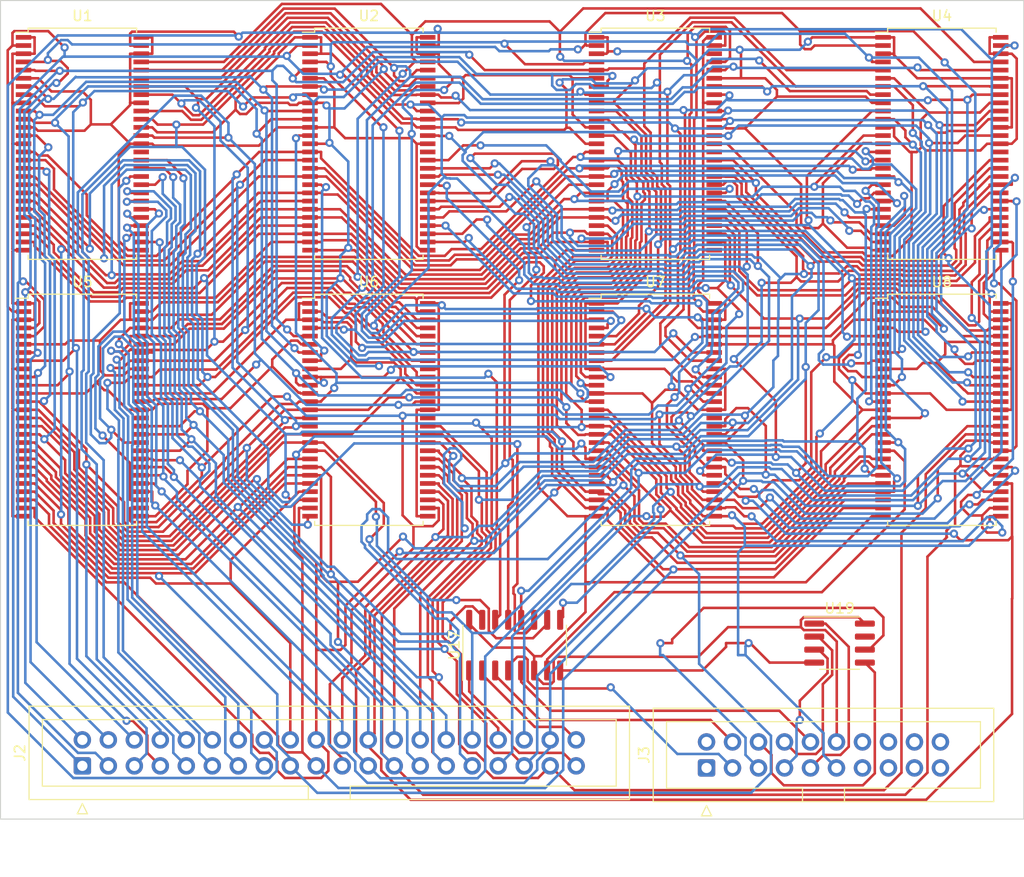
<source format=kicad_pcb>
(kicad_pcb (version 20211014) (generator pcbnew)

  (general
    (thickness 1.6)
  )

  (paper "A4")
  (title_block
    (title "256MB DRAM Board")
    (date "2022-11-05")
    (rev "1.0.0-dev-1")
  )

  (layers
    (0 "F.Cu" signal)
    (31 "B.Cu" signal)
    (32 "B.Adhes" user "B.Adhesive")
    (33 "F.Adhes" user "F.Adhesive")
    (34 "B.Paste" user)
    (35 "F.Paste" user)
    (36 "B.SilkS" user "B.Silkscreen")
    (37 "F.SilkS" user "F.Silkscreen")
    (38 "B.Mask" user)
    (39 "F.Mask" user)
    (40 "Dwgs.User" user "User.Drawings")
    (41 "Cmts.User" user "User.Comments")
    (42 "Eco1.User" user "User.Eco1")
    (43 "Eco2.User" user "User.Eco2")
    (44 "Edge.Cuts" user)
    (45 "Margin" user)
    (46 "B.CrtYd" user "B.Courtyard")
    (47 "F.CrtYd" user "F.Courtyard")
    (48 "B.Fab" user)
    (49 "F.Fab" user)
    (50 "User.1" user)
    (51 "User.2" user)
    (52 "User.3" user)
    (53 "User.4" user)
    (54 "User.5" user)
    (55 "User.6" user)
    (56 "User.7" user)
    (57 "User.8" user)
    (58 "User.9" user)
  )

  (setup
    (stackup
      (layer "F.SilkS" (type "Top Silk Screen"))
      (layer "F.Paste" (type "Top Solder Paste"))
      (layer "F.Mask" (type "Top Solder Mask") (thickness 0.01))
      (layer "F.Cu" (type "copper") (thickness 0.035))
      (layer "dielectric 1" (type "core") (thickness 1.51) (material "FR4") (epsilon_r 4.5) (loss_tangent 0.02))
      (layer "B.Cu" (type "copper") (thickness 0.035))
      (layer "B.Mask" (type "Bottom Solder Mask") (thickness 0.01))
      (layer "B.Paste" (type "Bottom Solder Paste"))
      (layer "B.SilkS" (type "Bottom Silk Screen"))
      (copper_finish "None")
      (dielectric_constraints no)
    )
    (pad_to_mask_clearance 0)
    (pcbplotparams
      (layerselection 0x00010fc_ffffffff)
      (disableapertmacros false)
      (usegerberextensions false)
      (usegerberattributes true)
      (usegerberadvancedattributes true)
      (creategerberjobfile true)
      (svguseinch false)
      (svgprecision 6)
      (excludeedgelayer true)
      (plotframeref false)
      (viasonmask false)
      (mode 1)
      (useauxorigin false)
      (hpglpennumber 1)
      (hpglpenspeed 20)
      (hpglpendiameter 15.000000)
      (dxfpolygonmode true)
      (dxfimperialunits true)
      (dxfusepcbnewfont true)
      (psnegative false)
      (psa4output false)
      (plotreference true)
      (plotvalue true)
      (plotinvisibletext false)
      (sketchpadsonfab false)
      (subtractmaskfromsilk false)
      (outputformat 1)
      (mirror false)
      (drillshape 1)
      (scaleselection 1)
      (outputdirectory "")
    )
  )

  (net 0 "")
  (net 1 "/SDA")
  (net 2 "/SCL")
  (net 3 "unconnected-(U19-Pad7)")
  (net 4 "+3V3")
  (net 5 "GND")
  (net 6 "/DQ0")
  (net 7 "/DQ1")
  (net 8 "/DQ2")
  (net 9 "/DQ3")
  (net 10 "/DQ4")
  (net 11 "/DQ5")
  (net 12 "/DQ6")
  (net 13 "/DQ7")
  (net 14 "/DQ8")
  (net 15 "/DQ9")
  (net 16 "/DQ10")
  (net 17 "/DQ11")
  (net 18 "/DQ12")
  (net 19 "/DQ13")
  (net 20 "/DQ14")
  (net 21 "/DQ15")
  (net 22 "/A0")
  (net 23 "/A1")
  (net 24 "/A2")
  (net 25 "/A3")
  (net 26 "/A4")
  (net 27 "/A5")
  (net 28 "/A6")
  (net 29 "/A7")
  (net 30 "/A8")
  (net 31 "/A9")
  (net 32 "/A10")
  (net 33 "/A11")
  (net 34 "/A12")
  (net 35 "/BA0")
  (net 36 "/BA1")
  (net 37 "/~{RAS}")
  (net 38 "/~{CAS}")
  (net 39 "/~{WE}")
  (net 40 "/DQMH")
  (net 41 "/DQML")
  (net 42 "/CLK")
  (net 43 "/CKE")
  (net 44 "/CN0")
  (net 45 "/CN1")
  (net 46 "/GN1")
  (net 47 "/GN0")
  (net 48 "/CN3")
  (net 49 "/CN2")
  (net 50 "/EEPROM_A2")
  (net 51 "/EEPROM_A1")
  (net 52 "/EEPROM_A0")
  (net 53 "/~{CS}")
  (net 54 "unconnected-(J3-Pad13)")
  (net 55 "unconnected-(J3-Pad14)")
  (net 56 "unconnected-(J3-Pad15)")
  (net 57 "unconnected-(J3-Pad16)")
  (net 58 "unconnected-(J3-Pad17)")
  (net 59 "unconnected-(J3-Pad18)")
  (net 60 "unconnected-(J3-Pad19)")
  (net 61 "unconnected-(J3-Pad20)")
  (net 62 "/~{CS0}")
  (net 63 "unconnected-(U1-Pad40)")
  (net 64 "/~{CS1}")
  (net 65 "unconnected-(U2-Pad40)")
  (net 66 "/~{CS2}")
  (net 67 "unconnected-(U3-Pad40)")
  (net 68 "/~{CS3}")
  (net 69 "unconnected-(U4-Pad40)")
  (net 70 "/~{CS4}")
  (net 71 "unconnected-(U5-Pad40)")
  (net 72 "/~{CS5}")
  (net 73 "unconnected-(U6-Pad40)")
  (net 74 "/~{CS6}")
  (net 75 "unconnected-(U7-Pad40)")
  (net 76 "/~{CS7}")
  (net 77 "unconnected-(U8-Pad40)")

  (footprint "Package_SO:TSOP-II-54_22.2x10.16mm_P0.8mm" (layer "F.Cu") (at 101 117))

  (footprint "Package_SO:TSOP-II-54_22.2x10.16mm_P0.8mm" (layer "F.Cu") (at 185 117))

  (footprint "Connector_IDC:IDC-Header_2x20_P2.54mm_Vertical" (layer "F.Cu") (at 101 151.8 90))

  (footprint "Package_SO:SOIC-8_3.9x4.9mm_P1.27mm" (layer "F.Cu") (at 175 139.8))

  (footprint "Package_SO:TSOP-II-54_22.2x10.16mm_P0.8mm" (layer "F.Cu") (at 185 91))

  (footprint "Package_SO:TSOP-II-54_22.2x10.16mm_P0.8mm" (layer "F.Cu") (at 157 91))

  (footprint "Package_SO:TSOP-II-54_22.2x10.16mm_P0.8mm" (layer "F.Cu") (at 101 91))

  (footprint "Connector_IDC:IDC-Header_2x10_P2.54mm_Vertical" (layer "F.Cu") (at 162 152 90))

  (footprint "Package_SO:TSOP-II-54_22.2x10.16mm_P0.8mm" (layer "F.Cu") (at 129 91))

  (footprint "Package_SO:TSOP-II-54_22.2x10.16mm_P0.8mm" (layer "F.Cu") (at 157 117))

  (footprint "Package_SO:TSOP-II-54_22.2x10.16mm_P0.8mm" (layer "F.Cu") (at 129 117))

  (footprint "Package_SO:SOIC-16_3.9x9.9mm_P1.27mm" (layer "F.Cu") (at 143.25 140 90))

  (gr_rect (start 93 157) (end 193 77) (layer "Edge.Cuts") (width 0.1) (fill none) (tstamp 7900e2f8-7dda-4d29-b8c3-e00818987d9e))

  (segment (start 168.3501 150.7301) (end 167.08 149.46) (width 0.25) (layer "F.Cu") (net 1) (tstamp 31fbe31d-3508-4d4e-8b56-b77f93cbc9e3))
  (segment (start 178.4453 142.6753) (end 178.4453 152.5301) (width 0.25) (layer "F.Cu") (net 1) (tstamp 3ac88a73-b43a-4fab-9fbe-39e06441d51f))
  (segment (start 178.4453 152.5301) (end 177.2778 153.6976) (width 0.25) (layer "F.Cu") (net 1) (tstamp 4c718b1b-486c-4640-b8b6-5725171fdb18))
  (segment (start 177.475 141.705) (end 178.4453 142.6753) (width 0.25) (layer "F.Cu") (net 1) (tstamp 84a7180f-4bcb-4cba-90a6-6e3063d76150))
  (segment (start 177.2778 153.6976) (end 169.5474 153.6976) (width 0.25) (layer "F.Cu") (net 1) (tstamp d5b9e402-0c03-4214-9e04-937653ee5d90))
  (segment (start 168.3501 152.5003) (end 168.3501 150.7301) (width 0.25) (layer "F.Cu") (net 1) (tstamp e01e35a8-2896-4dd5-805a-ca9e6321d55c))
  (segment (start 169.5474 153.6976) (end 168.3501 152.5003) (width 0.25) (layer "F.Cu") (net 1) (tstamp f3ad4aa5-aef8-41e8-a8c9-d1c4d351832f))
  (segment (start 161.71 136.3629) (end 178.362 136.3629) (width 0.25) (layer "F.Cu") (net 2) (tstamp 04847d2a-499b-47cd-85f4-c1f32dac37eb))
  (segment (start 179.2833 137.2842) (end 179.2833 139.0469) (width 0.25) (layer "F.Cu") (net 2) (tstamp 075ebc05-7a46-4f73-8bc0-202c10a32faa))
  (segment (start 179.2833 139.0469) (end 177.8952 140.435) (width 0.25) (layer "F.Cu") (net 2) (tstamp 1d77aaf1-b4bc-4671-b031-72e604b49e07))
  (segment (start 158.6403 139.4326) (end 161.71 136.3629) (width 0.25) (layer "F.Cu") (net 2) (tstamp 27b7767d-392d-40af-95d5-3697e71d33da))
  (segment (start 158.6403 139.8) (end 157.5 139.8) (width 0.25) (layer "F.Cu") (net 2) (tstamp 5a45a26a-0b78-47a0-beab-a45ce5d9103a))
  (segment (start 178.362 136.3629) (end 179.2833 137.2842) (width 0.25) (layer "F.Cu") (net 2) (tstamp a6640174-9a42-44ee-8d46-92f7e8204bba))
  (segment (start 158.6403 139.8) (end 158.6403 139.4326) (width 0.25) (layer "F.Cu") (net 2) (tstamp ba93b42e-6d3f-4d2d-a21f-e7e1546305b5))
  (segment (start 157.5 139.8) (end 157.49 139.81) (width 0.25) (layer "F.Cu") (net 2) (tstamp dc072b6a-4bcb-4b26-956d-8821868fb4d6))
  (via (at 157.49 139.81) (size 0.8) (drill 0.4) (layers "F.Cu" "B.Cu") (net 2) (tstamp 0a8e756a-c47f-4602-b9fb-930722e61f4d))
  (segment (start 157.465 139.835) (end 157.49 139.81) (width 0.25) (layer "B.Cu") (net 2) (tstamp 4528e372-d54b-44ae-ba5f-8217d9bbc7f9))
  (segment (start 165.81 149.0428) (end 165.81 150.73) (width 0.25) (layer "B.Cu") (net 2) (tstamp 8bb955a4-3082-48cd-b125-318f5620ce67))
  (segment (start 165.81 150.73) (end 167.08 152) (width 0.25) (layer "B.Cu") (net 2) (tstamp 8c3d90c0-9a7a-4f52-98f7-87aecbcdacc4))
  (segment (start 157.465 140.9753) (end 157.465 139.835) (width 0.25) (layer "B.Cu") (net 2) (tstamp 91a52fcf-e537-4bf5-b6e3-b0c463772ffe))
  (segment (start 157.465 140.9753) (end 157.7425 140.9753) (width 0.25) (layer "B.Cu") (net 2) (tstamp b9f43369-cf11-4858-9a70-c4d012cb43ef))
  (segment (start 157.7425 140.9753) (end 165.81 149.0428) (width 0.25) (layer "B.Cu") (net 2) (tstamp cd298fae-94e9-4679-963c-57c6b1fe4815))
  (segment (start 187.2008 115.055) (end 187.5458 115.4) (width 0.25) (layer "F.Cu") (net 4) (tstamp 01576417-a53e-436f-9def-1827d032eebf))
  (segment (start 95.25 80.6) (end 96.3303 80.6) (width 0.25) (layer "F.Cu") (net 4) (tstamp 016cd8fc-1966-4a95-b83f-d0ab2a590d01))
  (segment (start 95.25 108.2) (end 96.3303 108.2) (width 0.25) (layer "F.Cu") (net 4) (tstamp 017b95a7-9cbf-4fee-a4bd-317f48abd38f))
  (segment (start 133.6697 115.4) (end 132.1065 113.8368) (width 0.25) (layer "F.Cu") (net 4) (tstamp 017fd16d-6617-4be3-81d2-f2b0091d13b9))
  (segment (start 133.6697 110.6) (end 130.9123 107.8426) (width 0.25) (layer "F.Cu") (net 4) (tstamp 01db0a42-809b-43ce-91d2-e80b9952e7c0))
  (segment (start 95.25 108.2) (end 94.1697 108.2) (width 0.25) (layer "F.Cu") (net 4) (tstamp 036bef37-ab08-4e10-9d21-2159845adc1f))
  (segment (start 134.75 89.4) (end 137.4794 89.4) (width 0.25) (layer "F.Cu") (net 4) (tstamp 07a12901-d342-4881-a151-95adc5eacc77))
  (segment (start 94.1697 87) (end 94.1697 82.2) (width 0.25) (layer "F.Cu") (net 4) (tstamp 082866b8-8f6c-4ca5-9da6-5698f7288d95))
  (segment (start 127.2816 108.8651) (end 127.2816 111.9846) (width 0.25) (layer "F.Cu") (net 4) (tstamp 08eb6996-a44e-49ac-904b-312ca63fa026))
  (segment (start 182.5927 84.6) (end 190.2099 84.6) (width 0.25) (layer "F.Cu") (net 4) (tstamp 09e831a9-8343-4756-b234-7f1c3badc500))
  (segment (start 163.9268 89.4965) (end 163.8303 89.4) (width 0.25) (layer "F.Cu") (net 4) (tstamp 0bdbeeca-5d45-4ae6-b63d-b07dd2ddb270))
  (segment (start 165.2377 81.8118) (end 165.3671 81.9412) (width 0.25) (layer "F.Cu") (net 4) (tstamp 0c5f9a74-8ebe-4706-9822-d95a4988e642))
  (segment (start 132.9375 85.3322) (end 133.6697 84.6) (width 0.25) (layer "F.Cu") (net 4) (tstamp 0c77f34f-4476-4131-9db1-ba505d3b93ad))
  (segment (start 108.3128 89.8825) (end 107.8303 89.4) (width 0.25) (layer "F.Cu") (net 4) (tstamp 0d2c46e0-6b79-4307-9a2d-48c31dd17464))
  (segment (start 94.2823 101.4) (end 94.1697 101.2874) (width 0.25) (layer "F.Cu") (net 4) (tstamp 0e2e151b-fc95-4a0f-ba02-dab1b0692756))
  (segment (start 147.06 143.5513) (end 147.06 141.4457) (width 0.25) (layer "F.Cu") (net 4) (tstamp 0f8d2b9f-cbe3-47cb-b2aa-1a9d9e988544))
  (segment (start 151.25 113) (end 157.8901 113) (width 0.25) (layer "F.Cu") (net 4) (tstamp 0fd36266-09ce-4527-afa7-a45731aa1495))
  (segment (start 95.25 91) (end 94.1697 91) (width 0.25) (layer "F.Cu") (net 4) (tstamp 105778a9-8d35-4e5d-8240-d04c3b9be26f))
  (segment (start 174.7273 149.4327) (end 174.7273 139.6513) (width 0.25) (layer "F.Cu") (net 4) (tstamp 13588042-7d99-4a7a-a74d-a73ffcc6658a))
  (segment (start 162.75 110.6) (end 163.4823 110.6) (width 0.25) (layer "F.Cu") (net 4) (tstamp 13beda3d-c4b7-4e21-9355-e6e70d285eed))
  (segment (start 147.3681 141.1376) (end 161.2074 141.1376) (width 0.25) (layer "F.Cu") (net 4) (tstamp 14132513-9469-4403-b195-e67b4678d243))
  (segment (start 131.8205 85.3322) (end 132.9375 85.3322) (width 0.25) (layer "F.Cu") (net 4) (tstamp 155bb494-bdb6-4957-9c16-14c3a1d17904))
  (segment (start 120.9112 108.2) (end 113.7112 115.4) (width 0.25) (layer "F.Cu") (net 4) (tstamp 15b01ed8-ea6c-4359-a9be-76cde9d254e0))
  (segment (start 133.6697 89.4) (end 133.2714 89.0017) (width 0.25) (layer "F.Cu") (net 4) (tstamp 16fde4dd-1c9c-4223-9d83-e62a61e2e24d))
  (segment (start 177.3098 90.932) (end 173.3745 94.8673) (width 0.25) (layer "F.Cu") (net 4) (tstamp 1725da42-9257-4f93-bc3f-a018d63635ac))
  (segment (start 95.25 117) (end 96.7094 117) (width 0.25) (layer "F.Cu") (net 4) (tstamp 1aa05df8-ae57-4a85-9370-5d921196b1c6))
  (segment (start 159.9588 126.3496) (end 161.9459 128.3367) (width 0.25) (layer "F.Cu") (net 4) (tstamp 1b509194-b3ed-4871-b777-9cd83ee94194))
  (segment (start 134.75 110.6) (end 133.6697 110.6) (width 0.25) (layer "F.Cu") (net 4) (tstamp 1b8a05e9-d88c-4bc1-95db-137b8f765530))
  (segment (start 96.3303 108.2) (end 96.3303 106.6) (width 0.25) (layer "F.Cu") (net 4) (tstamp 1c0c3984-8ea5-46f3-b94f-2de4cb6781a4))
  (segment (start 173.1917 123.028) (end 173.1917 121.051) (width 0.25) (layer "F.Cu") (net 4) (tstamp 1c9c981c-1263-4c3d-99be-cad10f64f688))
  (segment (start 121.7647 80.6) (end 120.1901 82.1746) (width 0.25) (layer "F.Cu") (net 4) (tstamp 1e9cae87-1eb3-4d98-bf4d-a418d6ae47b8))
  (segment (start 172.9293 99.2372) (end 171.6518 99.2372) (width 0.25) (layer "F.Cu") (net 4) (tstamp 1feb9e07-e6f7-4dcb-913f-fa9e205bf97b))
  (segment (start 174.3532 110.6) (end 174.3532 110.2051) (width 0.25) (layer "F.Cu") (net 4) (tstamp 209e38ad-035b-43f8-8850-aea0ee895b01))
  (segment (start 144.2287 102.1281) (end 146.8271 102.1281) (width 0.25) (layer "F.Cu") (net 4) (tstamp 213d0769-e4a5-484a-8807-aa786508802f))
  (segment (start 127.9764 105.7385) (end 127.9761 105.7385) (width 0.25) (layer "F.Cu") (net 4) (tstamp 21690bc6-6c4c-4dd6-a774-acb3a7ab40fc))
  (segment (start 177.5601 86.3904) (end 178.1697 87) (width 0.25) (layer "F.Cu") (net 4) (tstamp 21a38558-e804-42e2-a819-bbd7ffe8df36))
  (segment (start 174.3532 110.6) (end 174.4856 110.7324) (width 0.25) (layer "F.Cu") (net 4) (tstamp 220999a2-622e-40f1-8402-b08a74df54d8))
  (segment (start 160.5638 114.223) (end 159.1131 114.223) (width 0.25) (layer "F.Cu") (net 4) (tstamp 2313ab78-eb21-4c20-b48d-10bfad552782))
  (segment (start 147.191 102.492) (end 147.191 103.1401) (width 0.25) (layer "F.Cu") (net 4) (tstamp 234f3f28-5230-43d5-8c66-a98eece394b5))
  (segment (start 171.5028 137.2691) (end 176.8491 137.2691) (width 0.25) (layer "F.Cu") (net 4) (tstamp 23ace15d-72a6-4bcc-8e47-2e8cd5f0f5f4))
  (segment (start 151.2082 106.6) (end 150.1697 106.6) (width 0.25) (layer "F.Cu") (net 4) (tstamp 24ba6cce-848c-4401-b1a0-b0a7fa62930a))
  (segment (start 122.1697 108.2) (end 120.9112 108.2) (width 0.25) (layer "F.Cu") (net 4) (tstamp 26372e50-4c6e-4087-a0a2-ed193f875683))
  (segment (start 179.25 82.2) (end 180.3303 82.2) (width 0.25) (layer "F.Cu") (net 4) (tstamp 2657ada3-96a4-41e2-8e79-0944063b7859))
  (segment (start 178.1675 108.1978) (end 178.1697 108.2) (width 0.25) (layer "F.Cu") (net 4) (tstamp 28256664-a142-4e79-9379-e10555df8890))
  (segment (start 125.3806 82.2) (end 124.3303 82.2) (width 0.25) (layer "F.Cu") (net 4) (tstamp 29147b6a-84b7-46fa-9246-4f60d80e9886))
  (segment (start 115.9773 87.6646) (end 113.7594 89.8825) (width 0.25) (layer "F.Cu") (net 4) (tstamp 2ac37548-1969-4d1a-8725-bf17f0a1aea6))
  (segment (start 152.3303 117) (end 158.5416 123.2113) (width 0.25) (layer "F.Cu") (net 4) (tstamp 2b40a647-a0cc-4cf7-8678-4b488d5b782d))
  (segment (start 176.3605 108.1978) (end 178.1675 108.1978) (width 0.25) (layer "F.Cu") (net 4) (tstamp 2da50e3f-1b11-4663-b21e-7cd72d9350fe))
  (segment (start 121.0878 87) (end 121.2865 87.1987) (width 0.25) (layer "F.Cu") (net 4) (tstamp 2e657adf-9227-42f9-8330-8f4da0e29aa8))
  (segment (start 173.1917 121.051) (end 177.2427 117) (width 0.25) (layer "F.Cu") (net 4) (tstamp 2ea510ff-f122-4126-adff-b6c7cfe9a0bf))
  (segment (start 182.5927 84.6) (end 180.3303 82.3376) (width 0.25) (layer "F.Cu") (net 4) (tstamp 2ef91d05-7b80-4882-89c2-1a4fb977cc0c))
  (segment (start 159.1131 114.223) (end 157.8901 113) (width 0.25) (layer "F.Cu") (net 4) (tstamp 2f98fd85-90a0-4725-bfb5-013a40d5aa47))
  (segment (start 162.75 84.6) (end 165.3671 84.6) (width 0.25) (layer "F.Cu") (net 4) (tstamp 300d2be1-d9a8-4125-8f10-77ec97593827))
  (segment (start 144.3161 140.2402) (end 145.155 141.0791) (width 0.25) (layer "F.Cu") (net 4) (tstamp 342821b6-4456-43b0-ac40-a37899fc49f0))
  (segment (start 115.9773 86.675) (end 115.9773 87.6646) (width 0.25) (layer "F.Cu") (net 4) (tstamp 354421f1-a3bf-4f22-be6a-1c4d697e1fc4))
  (segment (start 123.25 117) (end 128.9433 117) (width 0.25) (layer "F.Cu") (net 4) (tstamp 35b73eeb-1e29-4f18-be84-8a5cdf1ebf5e))
  (segment (start 94.1697 117.1126) (end 94.1697 127.4) (width 0.25) (layer "F.Cu") (net 4) (tstamp 35e15f04-3b39-4fde-ae22-a6a27bcfbcfe))
  (segment (start 145.5672 124.5519) (end 148.4153 127.4) (width 0.25) (layer "F.Cu") (net 4) (tstamp 363017a4-d175-46fd-8309-1aad0d21b7cc))
  (segment (start 171.2241 137.5478) (end 171.5028 137.2691) (width 0.25) (layer "F.Cu") (net 4) (tstamp 36ac60a3-c13c-48ee-ac85-ebd745e09b1c))
  (segment (start 173.3745 94.8673) (end 173.3745 98.792) (width 0.25) (layer "F.Cu") (net 4) (tstamp 3988c16a-0a4f-440c-978d-9a74bdf4a3b7))
  (segment (start 174.3532 110.2051) (end 176.3605 108.1978) (width 0.25) (layer "F.Cu") (net 4) (tstamp 3a511e33-fd24-4169-9738-da4c7bc816f4))
  (segment (start 94.1697 101.2874) (end 94.1697 91) (width 0.25) (layer "F.Cu") (net 4) (tstamp 3a8d9f54-ff55-4b78-9b57-75bb9676c30f))
  (segment (start 165.7699 89.4965) (end 163.9268 89.4965) (width 0.25) (layer "F.Cu") (net 4) (tstamp 3ac66d61-9305-4511-a04e-849f58c482b5))
  (segment (start 156.0889 90.0975) (end 152.9914 87) (width 0.25) (layer "F.Cu") (net 4) (tstamp 3ad063da-b92c-4507-8cc3-2436c8300934))
  (segment (start 95.25 82.2) (end 94.1697 82.2) (width 0.25) (layer "F.Cu") (net 4) (tstamp 3d64c37c-f04e-4676-a08f-31df950b92ad))
  (segment (start 147.191 103.1401) (end 145.5672 104.7639) (width 0.25) (layer "F.Cu") (net 4) (tstamp 3eea03e9-fd4f-4ca6-9db0-dac56ef6ffaa))
  (segment (start 128.9433 117) (end 132.1065 113.8368) (width 0.25) (layer "F.Cu") (net 4) (tstamp 3eee6c5c-29c0-4d43-b1f2-5faecc503093))
  (segment (start 130.4602 83.9719) (end 131.8205 85.3322) (width 0.25) (layer "F.Cu") (net 4) (tstamp 3fc577f1-1c2d-4b7d-a916-5571a23c239e))
  (segment (start 123.25 82.2) (end 124.3303 82.2) (width 0.25) (layer "F.Cu") (net 4) (tstamp 42499430-2b9e-4fd6-bf85-f2088c787526))
  (segment (start 133.2714 89.0017) (end 132.1823 89.0017) (width 0.25) (layer "F.Cu") (net 4) (tstamp 42e6ebca-8231-4d0a-b485-507b73354631))
  (segment (start 152.9914 86.8296) (end 152.9914 87) (width 0.25) (layer "F.Cu") (net 4) (tstamp 43100bc1-6c1e-40f9-a2f7-4fda043ed270))
  (segment (start 179.25 101.4) (end 178.1697 101.4) (width 0.25) (layer "F.Cu") (net 4) (tstamp 432ef994-8909-4527-88c6-2f43187eb335))
  (segment (start 161.9459 128.3367) (end 164.6114 128.3367) (width 0.25) (layer "F.Cu") (net 4) (tstamp 44820937-1365-4c2e-88b2-f4ab5670c32a))
  (segment (start 167.7329 84.6) (end 168.876 85.7431) (width 0.25) (layer "F.Cu") (net 4) (tstamp 4542e384-1aed-45c7-9e3f-097eccb5d87c))
  (segment (start 145.155 142.8847) (end 146.0539 143.7836) (width 0.25) (layer "F.Cu") (net 4) (tstamp 45642c53-6aee-4ab0-8b26-9fa49663ae20))
  (segment (start 114.5064 84.6) (end 120.8635 78.2429) (width 0.25) (layer "F.Cu") (net 4) (tstamp 45d1c6f2-6ccc-4b68-b015-ee1628f7477d))
  (segment (start 150.7099 91) (end 150.1697 91) (width 0.25) (layer "F.Cu") (net 4) (tstamp 47447776-a6fa-4220-a66e-98b76f283056))
  (segment (start 130.9123 107.8426) (end 130.8581 107.8426) (width 0.25) (layer "F.Cu") (net 4) (tstamp 4a0a7a92-ba85-4a05-acb2-8635ae8f3142))
  (segment (start 164.6114 128.3367) (end 164.86 128.5853) (width 0.25) (layer "F.Cu") (net 4) (tstamp 4a9b2f8c-6e8d-4e83-a6cd-ab66a1b61d6d))
  (segment (start 153.294 106.6) (end 156.5413 103.3527) (width 0.25) (layer "F.Cu") (net 4) (tstamp 4b26aa86-5d5f-4dd2-a7d4-56ef25f79c85))
  (segment (start 129.0985 106.083) (end 128.3209 106.083) (width 0.25) (layer "F.Cu") (net 4) (tstamp 4bae1ec2-79ff-4a6a-981c-d1b0b52c8b72))
  (segment (start 117.0718 120.7233) (end 108.8849 128.9102) (width 0.25) (layer "F.Cu") (net 4) (tstamp 4c906712-57fc-4c47-83b9-a5e0a94ff12d))
  (segment (start 161.6697 115.4) (end 161.6697 115.3289) (width 0.25) (layer "F.Cu") (net 4) (tstamp 4d53fc6d-22d7-49cc-be9e-399f27fbe432))
  (segment (start 123.031 127.619) (end 123.031 128.2303) (width 0.25) (layer "F.Cu") (net 4) (tstamp 4f525d79-6629-4991-b333-6ca830164265))
  (segment (start 148.4153 127.4) (end 150.1697 127.4) (width 0.25) (layer "F.Cu") (net 4) (tstamp 50d531e6-791e-46db-a47d-6263a094fe64))
  (segment (start 179.25 87) (end 178.1697 87) (width 0.25) (layer "F.Cu") (net 4) (tstamp 5130c9d0-ce24-4383-a16e-28164099251a))
  (segment (start 191.8303 89.4) (end 191.8303 84.6) (width 0.25) (layer "F.Cu") (net 4) (tstamp 5314682d-81b4-42e8-bb5d-2b838e398f53))
  (segment (start 151.25 80.6) (end 152.3303 80.6) (width 0.25) (layer "F.Cu") (net 4) (tstamp 53b259eb-4e0f-4e57-b24d-82d904e39e05))
  (segment (start 178.1675 106.6022) (end 178.1675 108.1978) (width 0.25) (layer "F.Cu") (net 4) (tstamp 54af4e9a-4fc1-4fc0-bce0-0d4e12c5ddd3))
  (segment (start 130.8581 107.8426) (end 129.0985 106.083) (width 0.25) (layer "F.Cu") (net 4) (tstamp 54afe3ff-7073-4c2d-92a7-e9ddbd503d5c))
  (segment (start 175.7468 101.1643) (end 173.3745 98.792) (width 0.25) (layer "F.Cu") (net 4) (tstamp 56042cd3-ad45-4dfe-85e2-1b6db39c84c0))
  (segment (start 180.3303 82.2) (end 180.3303 80.6) (width 0.25) (layer "F.Cu") (net 4) (tstamp 57358a53-36ea-4c50-b7c9-c069ba6cf774))
  (segment (start 190.75 89.4) (end 191.8303 89.4) (width 0.25) (layer "F.Cu") (net 4) (tstamp 57f06812-7d6a-4641-aaac-ccad1ef1c143))
  (segment (start 108.8849 128.9102) (end 105.4069 128.9102) (width 0.25) (layer "F.Cu") (net 4) (tstamp 58c5acbf-3f9d-437e-8e9e-abba1909d0f4))
  (segment (start 121.7647 80.6) (end 123.25 80.6) (width 0.25) (layer "F.Cu") (net 4) (tstamp 597c3fd7-0534-4fad-97d1-b34506e97838))
  (segment (start 128.3209 106.083) (end 127.9764 105.7385) (width 0.25) (layer "F.Cu") (net 4) (tstamp 598d0cb5-8cdd-4711-b3f2-286e4e2c7b86))
  (segment (start 168.876 86.3904) (end 165.7699 89.4965) (width 0.25) (layer "F.Cu") (net 4) (tstamp 5b60823e-4867-4277-8b46-0b151ba6ff18))
  (segment (start 131.786 105.5856) (end 140.7712 105.5856) (width 0.25) (layer "F.Cu") (net 4) (tstamp 5dd9d4d0-6429-4b2d-8f42-ffa498322ba2))
  (segment (start 126.2662 113) (end 127.2816 111.9846) (width 0.25) (layer "F.Cu") (net 4) (tstamp 5eee8590-1320-4f89-8f87-eacba9bace55))
  (segment (start 179.7902 80.6) (end 180.3303 80.6) (width 0.25) (layer "F.Cu") (net 4) (tstamp 5f630b00-3562-454b-83da-867ec09e05a0))
  (segment (start 109.9483 110.6) (end 106.75 110.6) (width 0.25) (layer "F.Cu") (net 4) (tstamp 61072a90-8583-47fa-ab7c-7cd16e7a0ee2))
  (segment (start 151.25 106.6) (end 153.294 106.6) (width 0.25) (layer "F.Cu") (net 4) (tstamp 6166acc1-ba00-4364-9ab5-3c00f293d150))
  (segment (start 94.1697 113) (end 94.1697 108.2) (width 0.25) (layer "F.Cu") (net 4) (tstamp 61b80f07-b18f-48a3-96bb-b3cb5d838ddc))
  (segment (start 184.4728 112.4303) (end 184.5057 112.3974) (width 0.25) (layer "F.Cu") (net 4) (tstamp 624c3e56-0a4a-4cad-8a45-7e1fa29f6b7c))
  (segment (start 121.971 87.1987) (end 122.1697 87) (width 0.25) (layer "F.Cu") (net 4) (tstamp 62773d68-53bc-40fd-b7fc-9f1bedc21529))
  (segment (start 122.1697 106.6) (end 122.1697 108.2) (width 0.25) (layer "F.Cu") (net 4) (tstamp 62945534-a118-48a7-b5d6-d582a55e3dec))
  (segment (start 189.6697 110.6) (end 189.4352 110.3655) (width 0.25) (layer "F.Cu") (net 4) (tstamp 63255609-b40f-473b-8035-fc5ef8c20dac))
  (segment (start 187.5458 115.4) (end 190.75 115.4) (width 0.25) (layer "F.Cu") (net 4) (tstamp 6433c088-0f6c-412d-87f4-b20def7562cc))
  (segment (start 184.5057 112.3974) (end 187.1632 115.055) (width 0.25) (layer "F.Cu") (net 4) (tstamp 6494ca37-5eaf-4631-bfc1-e361dc2f68b6))
  (segment (start 171.905 81.0282) (end 172.3332 80.6) (width 0.25) (layer "F.Cu") (net 4) (tstamp 653d09fd-015f-4cf2-83a1-f998aed9b176))
  (segment (start 182.5558 113) (end 183.1255 112.4303) (width 0.25) (layer "F.Cu") (net 4) (tstamp 66ac575c-3352-470f-8da3-923c0e9d2c85))
  (segment (start 156.7275 94.4547) (end 156.0889 93.8161) (width 0.25) (layer "F.Cu") (net 4) (tstamp 66eda1b7-6563-4cb2-a459-c36489d374da))
  (segment (start 132.1065 113.0211) (end 132.1065 113.8368) (width 0.25) (layer "F.Cu") (net 4) (tstamp 67116522-7ac3-4fd9-970b-f8abe264449a))
  (segment (start 141.1226 140.2402) (end 144.3161 140.2402) (width 0.25) (layer "F.Cu") (net 4) (tstamp 67697601-78f1-4b5f-8616-116703faef33))
  (segment (start 94.2823 113) (end 94.1697 113) (width 0.25) (layer "F.Cu") (net 4) (tstamp 6776ad71-3f0d-494f-99f5-5bf3088a68ff))
  (segment (start 145.5672 104.7639) (end 145.5672 124.5519) (width 0.25) (layer "F.Cu") (net 4) (tstamp 69decc69-4ad2-43be-91b5-ed5a2f024a79))
  (segment (start 95.25 106.6) (end 94.1697 106.6) (width 0.25) (layer "F.Cu") (net 4) (tstamp 6c6f90cf-48cb-4a13-8b28-c1e09fce49e3))
  (segment (start 124.8566 87.2554) (end 124.6012 87) (width 0.25) (layer "F.Cu") (net 4) (tstamp 6c79d8b9-2d1a-4856-8118-a92036bab65e))
  (segment (start 156.5413 103.3527) (end 156.5413 100.4055) (width 0.25) (layer "F.Cu") (net 4) (tstamp 6ced731f-eebc-4130-8b12-ee4172bc04e1))
  (segment (start 127.6682 112.3712) (end 129.9866 112.3712) (width 0.25) (layer "F.Cu") (net 4) (tstamp 6d8456fb-dce3-4e6d-b99c-b1676f6f138a))
  (segment (start 117.0232 88.0895) (end 118.1127 87) (width 0.25) (layer "F.Cu") (net 4) (tstamp 6ecd9d80-cfa1-4c83-ad2b-1c1a7d69de1e))
  (segment (start 164.86 128.5853) (end 167.6344 128.5853) (width 0.25) (layer "F.Cu") (net 4) (tstamp 6ed64703-784b-40e8-a398-c618cab29cd8))
  (segment (start 126.9867 101.1758) (end 126.9867 101.4) (width 0.25) (layer "F.Cu") (net 4) (tstamp 6f14d51d-1995-4b23-bb36-37117771ddae))
  (segment (start 163.4823 110.6) (end 174.3532 110.6) (width 0.25) (layer "F.Cu") (net 4) (tstamp 6f529ca6-81a7-4f2e-b7a8-31847e3363cf))
  (segment (start 173.6059 138.5299) (end 171.5118 138.5299) (width 0.25) (layer "F.Cu") (net 4) (tstamp 6fb2f909-dbe7-4a57-8fb2-235d8c82e2af))
  (segment (start 145.155 141.0791) (end 145.155 142.475) (width 0.25) (layer "F.Cu") (net 4) (tstamp 6ffbf09f-416a-4ea9-a9f7-bd9aadae7dfc))
  (segment (start 95.25 87) (end 94.2823 87) (width 0.25) (layer "F.Cu") (net 4) (tstamp 723a0b6a-5740-4542-be0b-e061ee35f125))
  (segment (start 179.25 106.6) (end 178.1697 106.6) (width 0.25) (layer "F.Cu") (net 4) (tstamp 73d6e679-3c49-4d77-815a-4f33fa7b70b8))
  (segment (start 94.1697 116.8874) (end 94.1697 113) (width 0.25) (layer "F.Cu") (net 4) (tstamp 74c58c58-b5c3-4434-a2eb-809fed91bdfc))
  (segment (start 130.4602 83.7063) (end 130.4602 83.9719) (width 0.25) (layer "F.Cu") (net 4) (tstamp 7517ecb9-255c-4f5a-a1f5-2d75571e2b2f))
  (segment (start 130.4602 83.4483) (end 130.4602 83.7063) (width 0.25) (layer "F.Cu") (net 4) (tstamp 75584c31-0637-4ab3-96ef-4ca50ca3634a))
  (segment (start 151.25 82.2) (end 152.2177 82.2) (width 0.25) (layer "F.Cu") (net 4) (tstamp 7592ebeb-8e5e-4b66-92f7-3135a0597c1d))
  (segment (start 150.8225 127.4) (end 150.1697 127.4) (width 0.25) (layer "F.Cu") (net 4) (tstamp 76481800-5a09-4d3b-8eea-8405c03b35a4))
  (segment (start 94.2823 101.4) (end 94.1697 101.5126) (width 0.25) (layer "F.Cu") (net 4) (tstamp 76a3d756-745e-4f32-ac90-835e01e6d482))
  (segment (start 168.876 86.3904) (end 177.5601 86.3904) (width 0.25) (layer "F.Cu") (net 4) (tstamp 76beb3d5-35bc-4cea-8bcd-63d9ab2dcb1c))
  (segment (start 150.1697 108.2) (end 150.1697 106.6) (width 0.25) (layer "F.Cu") (net 4) (tstamp 7765de27-118b-4dc9-95a6-11841c76ceb1))
  (segment (start 113.7112 115.4) (end 106.75 115.4) (width 0.25) (layer "F.Cu") (net 4) (tstamp 77e24b3e-f267-4aa4-bc53-263044f0f8e7))
  (segment (start 165.3671 84.6) (end 167.7329 84.6) (width 0.25) (layer "F.Cu") (net 4) (tstamp 7834b6ff-1e5f-44da-b0c9-d3c6af72a26e))
  (segment (start 148.283 101.4) (end 147.191 102.492) (width 0.25) (layer "F.Cu") (net 4) (tstamp 78a8adab-7acf-4d82-8d30-8f85e56010ed))
  (segment (start 168.876 85.7431) (end 168.876 86.3904) (width 0.25) (layer "F.Cu") (net 4) (tstamp 79c9fc24-82e1-43cd-bc41-d95abbc31cb0))
  (segment (start 190.75 84.6) (end 191.8303 84.6) (width 0.25) (layer "F.Cu") (net 4) (tstamp 7c5bcd19-2bd2-4819-a192-b1066a99c965))
  (segment (start 129.9866 112.7227) (end 129.9866 112.3712) (width 0.25) (layer "F.Cu") (net 4) (tstamp 7e325401-4714-4672-94bd-68a80f7bd922))
  (segment (start 127.2816 111.9846) (end 127.6682 112.3712) (width 0.25) (layer "F.Cu") (net 4) (tstamp 80077017-a154-4283-a31f-65339c1ca952))
  (segment (start 148.6045 89.4348) (end 150.1697 91) (width 0.25) (layer "F.Cu") (net 4) (tstamp 829b77c3-a9ab-45c0-8a42-437cae3a3a4b))
  (segment (start 100.6666 122.645) (end 100.6666 120.9572) (width 0.25) (layer "F.Cu") (net 4) (tstamp 83974096-a031-4429-871c-abebf1267d57))
  (segment (start 151.25 113) (end 150.1697 113) (width 0.25) (layer "F.Cu") (net 4) (tstamp 84b7265e-8596-4a9c-9e52-e0b201d4c302))
  (segment (start 177.2427 117) (end 179.25 117) (width 0.25) (layer "F.Cu") (net 4) (tstamp 85886108-853d-4b6f-bf0e-29f002ea1c3b))
  (segment (start 123.25 106.6) (end 122.1697 106.6) (width 0.25) (layer "F.Cu") (net 4) (tstamp 85aba2fb-2267-4f6b-b3f8-88a850d730bc))
  (segment (start 157.0914 99.8554) (end 157.0914 95.701) (width 0.25) (layer "F.Cu") (net 4) (tstamp 860e26a8-bd63-4bba-872a-7cdcb60f9420))
  (segment (start 162.75 89.4) (end 163.8303 89.4) (width 0.25) (layer "F.Cu") (net 4) (tstamp 86eeb9c0-c844-460e-aecb-79bd771f8774))
  (segment (start 185.3295 110.2423) (end 185.3295 110.3655) (width 0.25) (layer "F.Cu") (net 4) (tstamp 889b4fca-771e-4254-ac35-6de431e20462))
  (segment (start 152.3303 82.0874) (end 152.3303 81.9707) (width 0.25) (layer "F.Cu") (net 4) (tstamp 893b1377-53d2-497c-bea4-784767bc79ce))
  (segment (start 152.2177 82.2) (end 152.3303 82.0874) (width 0.25) (layer "F.Cu") (net 4) (tstamp 8b170449-d0d5-42db-953c-0d7523b02e86))
  (segment (start 126.2158 104.1617) (end 119.731 104.1617) (width 0.25) (layer "F.Cu") (net 4) (tstamp 8cb54944-ebef-4219-852c-61cf216789fd))
  (segment (start 127.9761 105.7384) (end 126.3994 104.1617) (width 0.25) (layer "F.Cu") (net 4) (tstamp 8cf06f32-0e09-4de5-a3ef-35ac383799b9))
  (segment (start 178.1017 90.932) (end 177.3098 90.932) (width 0.25) (layer "F.Cu") (net 4) (tstamp 8d608680-cdbc-47b1-a746-dad5593db1f1))
  (segment (start 153.2837 81.9707) (end 152.3303 81.9707) (width 0.25) (layer "F.Cu") (net 4) (tstamp 8d9056e6-62cf-47a4-93e7-6b4c1f0de2c4))
  (segment (start 176.8491 137.2691) (end 177.475 137.895) (width 0.25) (layer "F.Cu") (net 4) (tstamp 8e92f52b-5086-451f-b037-f8564379b812))
  (segment (start 137.7266 89.6472) (end 148.0971 89.6472) (width 0.25) (layer "F.Cu") (net 4) (tstamp 8fcc05fc-5576-481f-a234-d62cfc095cb7))
  (segment (start 121.2865 87.1987) (end 121.971 87.1987) (width 0.25) (layer "F.Cu") (net 4) (tstamp 917deb4e-6902-496e-a034-c5e406e26711))
  (segment (start 156.7275 95.3371) (end 156.7275 94.4547) (width 0.25) (layer "F.Cu") (net 4) (tstamp 91e23dd9-dc30-42c4-bcc0-3963cbedcdd3))
  (segment (start 104.4643 126.4427) (end 100.6666 122.645) (width 0.25) (layer "F.Cu") (net 4) (tstamp 934c6781-5969-491d-b836-2e4787c3d1b1))
  (segment (start 157.0914 95.701) (end 156.7275 95.3371) (width 0.25) (layer "F.Cu") (net 4) (tstamp 93523d48-c68f-4195-aa05-b9171b7def57))
  (segment (start 146.0539 143.7836) (end 146.8277 143.7836) (width 0.25) (layer "F.Cu") (net 4) (tstamp 93642769-dec0-4099-87d2-36db8b675cf8))
  (segment (start 105.4069 128.9102) (end 104.4643 127.9676) (width 0.25) (layer "F.Cu") (net 4) (tstamp 93af04a2-08ed-45de-85c4-d2ecb6bc3fd8))
  (segment (start 116.4022 88.0895) (end 117.0232 88.0895) (width 0.25) (layer "F.Cu") (net 4) (tstamp 94cf69e3-79c5-4c71-9b0f-9db6f7364764))
  (segment (start 111.4823 109.066) (end 109.9483 110.6) (width 0.25) (layer "F.Cu") (net 4) (tstamp 9602b961-21ce-4980-8e40-739191967db8))
  (segment (start 104.4643 127.9676) (end 104.4643 126.4427) (width 0.25) (layer "F.Cu") (net 4) (tstamp 96b9b1a0-ca0e-4fab-938a-010006e08eef))
  (segment (start 123.25 127.4) (end 123.031 127.619) (width 0.25) (layer "F.Cu") (net 4) (tstamp 97487857-610a-4417-b14b-211a647d7b33))
  (segment (start 179.25 108.2) (end 183.2872 108.2) (width 0.25) (layer "F.Cu") (net 4) (tstamp 994e01cf-db71-4de6-9e95-437c42dede97))
  (segment (start 126.3994 104.1617) (end 126.2158 104.1617) (width 0.25) (layer "F.Cu") (net 4) (tstamp 99ed4304-ec8a-4392-9c8b-e859e5760917))
  (segment (start 117.0718 120.7021) (end 117.0718 120.7233) (width 0.25) (layer "F.Cu") (net 4) (tstamp 9ade7830-f61d-4c66-aa08-e7eb79f56449))
  (segment (start 134.75 84.6) (end 133.6697 84.6) (width 0.25) (layer "F.Cu") (net 4) (tstamp 9be94a8f-bb90-451f-9baf-ac45c163a160))
  (segment (start 94.1697 101.5126) (end 94.1697 106.6) (width 0.25) (layer "F.Cu") (net 4) (tstamp 9c15befd-085c-4374-9004-13306b1474ab))
  (segment (start 190.75 110.6) (end 189.6697 110.6) (width 0.25) (layer "F.Cu") (net 4) (tstamp 9c8f3f7e-dcc9-4996-9a07-174c5c75a675))
  (segment (start 165.3671 81.9412) (end 165.3671 84.6) (width 0.25) (layer "F.Cu") (net 4) (tstamp 9d3bda58-86dd-414a-bf8b-0d490ed973e1))
  (segment (start 155.0139 84.8071) (end 152.9914 86.8296) (width 0.25) (layer "F.Cu") (net 4) (tstamp 9da6e5fd-0bd1-4b62-8b02-7db92ced316b))
  (segment (start 156.0889 93.8161) (end 156.0889 90.0975) (width 0.25) (layer "F.Cu") (net 4) (tstamp 9e9ffe93-7a74-4935-8899-42c9336a7629))
  (segment (start 173.3745 98.792) (end 172.9293 99.2372) (width 0.25) (layer "F.Cu") (net 4) (tstamp 9f397bb8-da52-45a2-b6e2-f424f65aaa02))
  (segment (start 96.3303 82.2) (end 96.3303 80.6) (width 0.25) (layer "F.Cu") (net 4) (tstamp 9f5a0700-34de-4683-a790-caa68ceccda8))
  (segment (start 162.2099 115.4) (end 161.6697 115.4) (width 0.25) (layer "F.Cu") (net 4) (tstamp a0387189-602f-4d93-8490-02caa2d9cf64))
  (segment (start 120.1901 82.1746) (end 120.1901 82.4622) (width 0.25) (layer "F.Cu") (net 4) (tstamp a097b63f-87eb-40ff-a82c-6de1ba128ba7))
  (segment (start 171.5118 138.5299) (end 171.2241 138.2422) (width 0.25) (layer "F.Cu") (net 4) (tstamp a219fdf6-8da1-4a2f-ac1e-d7fa9825293a))
  (segment (start 174.4856 110.7324) (end 174.4856 114.2429) (width 0.25) (layer "F.Cu") (net 4) (tstamp a4f3933e-631b-4123-984b-d6177657eadc))
  (segment (start 148.3095 85.6852) (end 147.641 85.0167) (width 0.25) (layer "F.Cu") (net 4) (tstamp a5db499d-50b7-49d5-bf93-349f8f4ae048))
  (segment (start 95.25 82.2) (end 96.3303 82.2) (width 0.25) (layer "F.Cu") (net 4) (tstamp a6a98699-9544-4c52-9b64-f27c1bd010a8))
  (segment (start 183.1255 112.4303) (end 184.4728 112.4303) (width 0.25) (layer "F.Cu") (net 4) (tstamp a74a98e5-6975-49bc-8d7c-fc1e2456d428))
  (segment (start 147.06 141.4457) (end 147.3681 141.1376) (width 0.25) (layer "F.Cu") (net 4) (tstamp aa265b51-dad7-497e-87e3-a57bdd10ffc1))
  (segment (start 187.1632 115.055) (end 187.2008 115.055) (width 0.25) (layer "F.Cu") (net 4) (tstamp ab67e784-9382-4202-bd71-e9c81e153e0d))
  (segment (start 177.934 101.1643) (end 175.7468 101.1643) (width 0.25) (layer "F.Cu") (net 4) (tstamp abe3e313-626f-4b87-8823-fe7d528e4488))
  (segment (start 118.1127 87) (end 121.0878 87) (width 0.25) (layer "F.Cu") (net 4) (tstamp ac4b01ad-61d2-4ddd-9b05-8eb83769329c))
  (segment (start 129.9866 112.3712) (end 131.4566 112.3712) (width 0.25) (layer "F.Cu") (net 4) (tstamp ac54214d-733d-467f-a937-c42042029b87))
  (segment (start 95.25 113) (end 94.2823 113) (width 0.25) (layer "F.Cu") (net 4) (tstamp ad5cf46b-66da-4b5e-bd40-256d50967e59))
  (segment (start 161.6697 115.3289) (end 160.5638 114.223) (width 0.25) (layer "F.Cu") (net 4) (tstamp b024ef79-a8a5-480b-ace4-6033084c1170))
  (segment (start 123.25 101.4) (end 126.9867 101.4) (width 0.25) (layer "F.Cu") (net 4) (tstamp b1d97d75-e33a-4a26-8128-d1a76b38cc6c))
  (segment (start 148.3095 89.4348) (end 148.6045 89.4348) (width 0.25) (layer "F.Cu") (net 4) (tstamp b24f43ae-7c5d-45f9-9346-629aa554736c))
  (segment (start 95.25 117) (end 94.2823 117) (width 0.25) (layer "F.Cu") (net 4) (tstamp b4125d22-ed10-4132-a7cc-99b477ebc947))
  (segment (start 123.25 113) (end 126.2662 113) (width 0.25) (layer "F.Cu") (net 4) (tstamp b46c0e71-8834-4b73-a0bd-0939cd5ced0b))
  (segment (start 94.1697 91) (end 94.1697 87) (width 0.25) (layer "F.Cu") (net 4) (tstamp b5d8053a-6269-4ce9-ac5d-d7bcbbe9d459))
  (segment (start 184.5057 112.3974) (end 185.3295 111.5736) (width 0.25) (layer "F.Cu") (net 4) (tstamp b6db7a23-bf81-4223-97b7-16da739786f4))
  (segment (start 125.0571 91) (end 125.1495 90.9076) (width 0.25) (layer "F.Cu") (net 4) (tstamp b8b1009a-7767-4f8d-a8cf-d9b8c5d9b934))
  (segment (start 120.7739 117) (end 117.0718 120.7021) (width 0.25) (layer "F.Cu") (net 4) (tstamp b8df91be-37df-4691-906f-c1dcb0b2af2a))
  (segment (start 94.2823 117) (end 94.1697 117.1126) (width 0.25) (layer "F.Cu") (net 4) (tstamp b960edea-8011-43db-9789-5ae13f4e6250))
  (segment (start 124.6012 87) (end 123.25 87) (width 0.25) (layer "F.Cu") (net 4) (tstamp b974e8e9-f978-4ec1-ba70-7819487e8669))
  (segment (start 152.3303 81.9707) (end 152.3303 80.6) (width 0.25) (layer "F.Cu") (net 4) (tstamp ba8839c3-47fa-470e-90df-7633ac301807))
  (segment (start 178.1697 91) (end 178.1017 90.932) (width 0.25) (layer "F.Cu") (net 4) (tstamp be17e70e-382d-4d31-be40-536b81eda03f))
  (segment (start 178.1697 106.6) (end 178.1675 106.6022) (width 0.25) (layer "F.Cu") (net 4) (tstamp bf9f502f-939e-4888-9137-b80e2272f027))
  (segment (start 124.3303 80.6) (end 124.3303 82.2) (width 0.25) (layer "F.Cu") (net 4) (tstamp c00fee96-cacb-4574-b25c-99379b0cf976))
  (segment (start 146.8277 143.7836) (end 147.06 143.5513) (width 0.25) (layer "F.Cu") (net 4) (tstamp c109b755-a5ca-4d4f-ae06-59dbba92d95f))
  (segment (start 146.8271 102.1281) (end 147.191 102.492) (width 0.25) (layer "F.Cu") (net 4) (tstamp c14faf0b-7be3-4a66-af2a-033f724a6f6b))
  (segment (start 171.2409 98.8263) (end 171.2409 94.9675) (width 0.25) (layer "F.Cu") (net 4) (tstamp c25afe84-950f-437c-8b3d-e85f5cfb3952))
  (segment (start 106.75 84.6) (end 114.5064 84.6) (width 0.25) (layer "F.Cu") (net 4) (tstamp c299b42f-0f75-4ac6-a5c3-a095460998c1))
  (segment (start 171.6518 99.2372) (end 171.2409 98.8263) (width 0.25) (layer "F.Cu") (net 4) (tstamp c356fd29-e82e-47d2-912b-3308e0167a41))
  (segment (start 159.9588 126.0552) (end 159.9588 126.3496) (width 0.25) (layer "F.Cu") (net 4) (tstamp c3f6b6f8-e347-4cad-9f87-212f54192f23))
  (segment (start 150.7099 108.2) (end 150.1697 108.2) (width 0.25) (layer "F.Cu") (net 4) (tstamp c46bbf33-0676-4825-a1a3-4b85f6843b61))
  (segment (start 106.75 89.4) (end 107.8303 89.4) (width 0.25) (layer "F.Cu") (net 4) (tstamp c574453a-4db5-4a73-985f-a77baf542629))
  (segment (start 123.25 91) (end 125.0571 91) (width 0.25) (layer "F.Cu") (net 4) (tstamp c5b19b93-0739-490f-a981-78b6aa1be556))
  (segment (start 120.1901 82.4622) (end 115.9773 86.675) (width 0.25) (layer "F.Cu") (net 4) (tstamp c5d9bd5f-d0ab-49e2-8c99-e214dbc1da12))
  (segment (start 137.4794 89.4) (end 137.7266 89.6472) (width 0.25) (layer "F.Cu") (net 4) (tstamp c5f2a06b-e4e3-46f0-b538-83d71d20ad83))
  (segment (start 95.25 101.4) (end 94.2823 101.4) (width 0.25) (layer "F.Cu") (net 4) (tstamp c84e1a3b-2971-4499-9161-332d2790ce9b))
  (segment (start 132.1823 89.0017) (end 125.3806 82.2) (width 0.25) (layer "F.Cu") (net 4) (tstamp c88a032a-e250-4746-bc2a-2c21dfb21e3b))
  (segment (start 151.7902 87) (end 152.9914 87) (width 0.25) (layer "F.Cu") (net 4) (tstamp c897d56a-c004-4457-b002-00f90cfd4c70))
  (segment (start 115.9773 87.6646) (end 116.4022 88.0895) (width 0.25) (layer "F.Cu") (net 4) (tstamp c9d42c79-db09-48f9-af01-cdc6d5c473f6))
  (segment (start 171.2241 138.2422) (end 171.2241 137.5478) (width 0.25) (layer "F.Cu") (net 4) (tstamp caf9631c-21bb-4902-a04e-11fd2275f17a))
  (segment (start 178.1697 101.4) (end 177.934 101.1643) (width 0.25) (layer "F.Cu") (net 4) (tstamp cbd9fc0b-6215-4209-8cfb-faab5c58cafa))
  (segment (start 126.8568 108.4403) (end 127.2816 108.8651) (width 0.25) (layer "F.Cu") (net 4) (tstamp cd72e6c4-2747-4633-8810-9404b86348b4))
  (segment (start 180.3303 82.3376) (end 180.3303 82.2) (width 0.25) (layer "F.Cu") (net 4) (tstamp ce547417-54d4-4ead-bece-5bd1c8fe8100))
  (segment (start 114.8267 109.066) (end 111.4823 109.066) (width 0.25) (layer "F.Cu") (net 4) (tstamp ce7fa7ce-6053-44ab-aaa8-56c608d3833d))
  (segment (start 94.2823 117) (end 94.1697 116.8874) (width 0.25) (layer "F.Cu") (net 4) (tstamp cf1ca4b0-4f48-4eb7-8d64-5d39f91969f7))
  (segment (start 189.4352 110.3655) (end 185.3295 110.3655) (width 0.25) (layer "F.Cu") (net 4) (tstamp cf1d1030-1c5c-4c80-af55-44096435a9c3))
  (segment (start 100.6666 120.9572) (end 96.7094 117) (width 0.25) (layer "F.Cu") (net 4) (tstamp cf983c9c-9671-421d-af98-25c6e1f9c3a6))
  (segment (start 145.8593 141.0791) (end 150.1697 136.7687) (width 0.25) (layer "F.Cu") (net 4) (tstamp cf99cc57-ea78-4ae5-900e-24702d53bc82))
  (segment (start 174.4856 114.2429) (end 177.2427 117) (width 0.25) (layer "F.Cu") (net 4) (tstamp cfbaff1e-07c9-446a-8121-8376d6a4cfd7))
  (segment (start 156.5413 100.4055) (end 157.0914 99.8554) (width 0.25) (layer "F.Cu") (net 4) (tstamp d041298a-82f1-4549-9ed3-8721304bdb40))
  (segment (start 148.283 101.4) (end 151.25 101.4) (width 0.25) (layer "F.Cu") (net 4) (tstamp d15c0ea4-8047-4212-9d68-b7a4ee4d98a4))
  (segment (start 124.3303 108.2) (end 124.5706 108.4403) (width 0.25) (layer "F.Cu") (net 4) (tstamp d189691b-1fb0-45a0-ba04-a6f50766f3f3))
  (segment (start 172.3332 80.6) (end 179.25 80.6) (width 0.25) (layer "F.Cu") (net 4) (tstamp d2e5bc07-9ebc-466e-b700-3c8ac1db70d4))
  (segment (start 179.25 91) (end 178.1697 91) (width 0.25) (layer "F.Cu") (net 4) (tstamp d395e096-a526-4e27-9316-c9e2028c3afc))
  (segment (start 126.9867 101.4) (end 127.6004 101.4) (width 0.25) (layer "F.Cu") (net 4) (tstamp d499f133-f218-424c-a4f8-3441b93c8b10))
  (segment (start 134.3225 89.4) (end 133.6697 89.4) (width 0.25) (layer "F.Cu") (net 4) (tstamp d4f297af-bfcd-4b61-ba8f-1bea212ff000))
  (segment (start 171.7159 133.8538) (end 150.1697 133.8538) (width 0.25) (layer "F.Cu") (net 4) (tstamp d5373418-4aa7-468e-af89-c98521c35d1f))
  (segment (start 134.75 115.4) (end 133.6697 115.4) (width 0.25) (layer "F.Cu") (net 4) (tstamp d5c4a79b-e6d6-4cbd-bed7-b3ffb01310e5))
  (segment (start 138.805 137.9226) (end 141.1226 140.2402) (width 0.25) (layer "F.Cu") (net 4) (tstamp d646315a-594e-4f25-bd9f-8c07f465e6e2))
  (segment (start 123.7707 80.6) (end 124.3303 80.6) (width 0.25) (layer "F.Cu") (net 4) (tstamp d69da827-951f-417f-b889-0923171f1641))
  (segment (start 123.25 108.2) (end 122.1697 108.2) (width 0.25) (layer "F.Cu") (net 4) (tstamp d6dfcdde-b95c-4d00-bd46-b5b28883fe68))
  (segment (start 120.8635 78.2429) (end 125.2548 78.2429) (width 0.25) (layer "F.Cu") (net 4) (tstamp d706160b-a6c1-4f15-aaa7-78747f8f916f))
  (segment (start 159.2263 125.3227) (end 159.9588 126.0552) (width 0.25) (layer "F.Cu") (net 4) (tstamp d7b5b455-b0a8-4558-8688-4b8fb6d016cd))
  (segment (start 150.1697 136.7687) (end 150.1697 133.8538) (width 0.25) (layer "F.Cu") (net 4) (tstamp d8e3463e-d51a-43ce-b7e4-9183bae8858a))
  (segment (start 123.25 108.2) (end 124.3303 108.2) (width 0.25) (layer "F.Cu") (net 4) (tstamp d90cdcde-91d4-491b-9492-b56ce4a90bbf))
  (segment (start 95.7902 106.6) (end 96.3303 106.6) (width 0.25) (layer "F.Cu") (net 4) (tstamp d9663c24-146e-4d75-af84-7fc334ef96e3))
  (segment (start 151.25 117) (end 152.3303 117) (width 0.25) (layer "F.Cu") (net 4) (tstamp db5c5ad6-1cf2-4e34-919a-301d90a345dd))
  (segment (start 120.7739 117) (end 122.7099 117) (width 0.25) (layer "F.Cu") (net 4) (tstamp dc7e18d4-746a-42fc-aa84-3c4eebe51c03))
  (segment (start 185.3295 111.5736) (end 185.3295 110.3655) (width 0.25) (layer "F.Cu") (net 4) (tstamp dcd380fc-023d-412f-b886-6d5a266d548f))
  (segment (start 119.731 104.1617) (end 114.8267 109.066) (width 0.25) (layer "F.Cu") (net 4) (tstamp dd8e3ab0-9c4f-43eb-bd56-1c392a229fb5))
  (segment (start 126.2158 104.1382) (end 126.2158 104.1617) (width 0.25) (layer "F.Cu") (net 4) (tstamp df0e88a1-4578-408d-9dd0-e89f638743db))
  (segment (start 94.2823 87) (end 94.1697 87) (width 0.25) (layer "F.Cu") (net 4) (tstamp df1860fc-a69f-4994-a952-bd37c20823de))
  (segment (start 113.7594 89.8825) (end 108.3128 89.8825) (width 0.25) (layer "F.Cu") (net 4) (tstamp dfc1da25-354e-4b6e-9035-59e7209c8a07))
  (segment (start 145.155 141.0791) (end 145.8593 141.0791) (width 0.25) (layer "F.Cu") (net 4) (tstamp e43fe353-7c76-4f95-a2d6-724176782468))
  (segment (start 124.5706 108.4403) (end 126.8568 108.4403) (width 0.25) (layer "F.Cu") (net 4) (tstamp e60ece96-0891-4499-b809-4186b5c3dfcc))
  (segment (start 95.25 127.4) (end 94.1697 127.4) (width 0.25) (layer "F.Cu") (net 4) (tstamp e78d2694-2f10-4cc4-81e0-283c80e6b999))
  (segment (start 159.2263 124.5447) (end 159.2263 125.3227) (width 0.25) (layer "F.Cu") (net 4) (tstamp e8007101-4a80-41d7-ba4c-4f3c4990b671))
  (segment (start 125.2548 78.2429) (end 130.4602 83.4483) (width 0.25) (layer "F.Cu") (net 4) (tstamp e87e29e4-be73-4548-a492-8e84af6d8674))
  (segment (start 178.1697 127.4) (end 171.7159 133.8538) (width 0.25) (layer "F.Cu") (net 4) (tstamp eab4f39d-4bd1-4f02-ae7d-b2ac738b6d1a))
  (segment (start 158.5416 123.86) (end 159.2263 124.5447) (width 0.25) (layer "F.Cu") (net 4) (tstamp eab5f182-6445-46c2-8b52-bf6580769ac4))
  (segment (start 171.2241 138.2422) (end 164.1028 138.2422) (width 0.25) (layer "F.Cu") (net 4) (tstamp ec86d05b-4e15-441a-9fb8-c5f948390bc0))
  (segment (start 161.2074 141.1376) (end 164.1028 138.2422) (width 0.25) (layer "F.Cu") (net 4) (tstamp eda09e45-e002-4b1c-a021-b7d782b2a63d))
  (segment (start 183.2872 108.2) (end 185.3295 110.2423) (width 0.25) (layer "F.Cu") (net 4) (tstamp edba045b-ce59-4f67-a74e-3b44ea855ea0))
  (segment (start 150.1697 113) (end 150.1697 108.2) (width 0.25) (layer "F.Cu") (net 4) (tstamp ee4413ea-a568-4e0f-b1a6-94ea151991ee))
  (segment (start 167.6344 128.5853) (end 173.1917 123.028) (width 0.25) (layer "F.Cu") (net 4) (tstamp f0f46b31-df24-4679-b5cd-be8ef87dff90))
  (segment (start 148.3095 89.4348) (end 148.3095 85.6852) (width 0.25) (layer "F.Cu") (net 4) (tstamp f134dc1d-05a3-4efc-a132-19d09a8736de))
  (segment (start 179.25 113) (end 182.5558 113) (width 0.25) (layer "F.Cu") (net 4) (tstamp f17cbbcd-f04a-4dbd-9225-10c5bcfdc5ae))
  (segment (start 174.7273 139.6513) (end 173.6059 138.5299) (width 0.25) (layer "F.Cu") (net 4) (tstamp f4963cab-c83c-45bb-9464-a57a8595596d))
  (segment (start 131.4566 112.3712) (end 132.1065 113.0211) (width 0.25) (layer "F.Cu") (net 4) (tstamp f616f18a-b90b-4afa-8ccf-dae013b7ef31))
  (segment (start 122.8225 87) (end 122.1697 87) (width 0.25) (layer "F.Cu") (net 4) (tstamp f7accb97-4d3a-45b2-8714-e222574c9f28))
  (segment (start 171.2409 94.9675) (end 165.7699 89.4965) (width 0.25) (layer "F.Cu") (net 4) (tstamp f94e2092-e83c-4bc4-96fe-cbcb54bc2934))
  (segment (start 179.25 127.4) (end 178.1697 127.4) (width 0.25) (layer "F.Cu") (net 4) (tstamp f9b004fc-588b-4625-958c-a8e75fd3c971))
  (segment (start 158.5416 123.2113) (end 158.5416 123.86) (width 0.25) (layer "F.Cu") (net 4) (tstamp f9b77253-205e-4cf1-a5c4-ebc3306250a9))
  (segment (start 150.1697 133.8538) (end 150.1697 127.4) (width 0.25) (layer "F.Cu") (net 4) (tstamp f9c809a3-a229-4b3b-8e82-2b0c5b4944eb))
  (segment (start 127.9761 105.7385) (end 127.9761 105.7384) (width 0.25) (layer "F.Cu") (net 4) (tstamp fc3325d2-4375-4024-ba20-128781cc52f5))
  (segment (start 148.0971 89.6472) (end 148.3095 89.4348) (width 0.25) (layer "F.Cu") (net 4) (tstamp fcd49bea-3ab4-4045-a432-41d85fbac7ab))
  (segment (start 178.7099 108.2) (end 178.1697 108.2) (width 0.25) (layer "F.Cu") (net 4) (tstamp fcf23aa0-10b4-497f-ba7a-9235b73af6e5))
  (segment (start 127.6004 101.4) (end 131.786 105.5856) (width 0.25) (layer "F.Cu") (net 4) (tstamp fdf7e508-8e13-4970-b346-909d0988449d))
  (segment (start 140.7712 105.5856) (end 144.2287 102.1281) (width 0.25) (layer "F.Cu") (net 4) (tstamp ffc59fd9-ce82-496b-b72f-b05b9c871c14))
  (via (at 147.641 85.0167) (size 0.8) (drill 0.4) (layers "F.Cu" "B.Cu") (net 4) (tstamp 0a5acd14-30b7-4424-95a0-fa97f83dfe00))
  (via (at 155.0139 84.8071) (size 0.8) (drill 0.4) (layers "F.Cu" "B.Cu") (net 4) (tstamp 289bd56a-e2ff-4f0b-8b29-b37f9e8edd44))
  (via (at 171.905 81.0282) (size 0.8) (drill 0.4) (layers "F.Cu" "B.Cu") (net 4) (tstamp 52f5fe5d-0e61-4b9f-b34d-d13ebc3dcde0))
  (via (at 165.2377 81.8118) (size 0.8) (drill 0.4) (layers "F.Cu" "B.Cu") (net 4) (tstamp 5780adb2-dbcf-4e32-b490-b2887901f5eb))
  (via (at 129.9866 112.7227) (size 0.8) (drill 0.4) (layers "F.Cu" "B.Cu") (net 4) (tstamp 8bee421d-a066-4076-8942-2d30f12fc3ee))
  (via (at 124.8566 87.2554) (size 0.8) (drill 0.4) (layers "F.Cu" "B.Cu") (net 4) (tstamp 8ebca4e2-84ea-4e5b-a08d-a4e13a48d1d8))
  (via (at 117.0718 120.7233) (size 0.8) (drill 0.4) (layers "F.Cu" "B.Cu") (net 4) (tstamp 9deef89e-c9db-49f3-8699-dfdfde9626e1))
  (via (at 126.9867 101.1758) (size 0.8) (drill 0.4) (layers "F.Cu" "B.Cu") (net 4) (tstamp 9f164c5f-3b1c-4db8-813f-b35ecdfa8e01))
  (via (at 123.031 128.2303) (size 0.8) (drill 0.4) (layers "F.Cu" "B.Cu") (net 4) (tstamp b602cfe9-6f14-4df4-9c5c-3ded789aef4f))
  (via (at 130.4602 83.7063) (size 0.8) (drill 0.4) (layers "F.Cu" "B.Cu") (net 4) (tstamp bd85db0c-bc76-4c4d-8633-3344455821ae))
  (via (at 125.1495 90.9076) (size 0.8) (drill 0.4) (layers "F.Cu" "B.Cu") (net 4) (tstamp ce0865a6-40e1-4aff-9d25-afe25453c8c6))
  (via (at 126.2158 104.1382) (size 0.8) (drill 0.4) (layers "F.Cu" "B.Cu") (net 4) (tstamp decc05a6-8baa-44a7-9598-41c5c507a817))
  (via (at 153.2837 81.9707) (size 0.8) (drill 0.4) (layers "F.Cu" "B.Cu") (net 4) (tstamp eb2a1594-6af6-43a6-8619-7f7ce2e5e8ec))
  (segment (start 123.031 128.2303) (end 121.4984 128.2303) (width 0.25) (layer "B.Cu") (net 4) (tstamp 0325fa06-1fa2-4a28-b862-19c5f300beaf))
  (segment (start 165.2377 81.8118) (end 162.2512 81.8118) (width 0.25) (layer "B.Cu") (net 4) (tstamp 057608eb-a5a6-4dcd-b1df-d4017f383cc9))
  (segment (start 126.2158 101.9467) (end 126.2158 104.1382) (width 0.25) (layer "B.Cu") (net 4) (tstamp 090e1a51-e379-486a-87bc-60dea8fa77fb))
  (segment (start 155.0139 84.8071) (end 156.1974 83.6236) (width 0.25) (layer "B.Cu") (net 4) (tstamp 0daac76a-432f-4e8b-8b0e-9dc5034bb9fa))
  (segment (start 127.8135 112.7227) (end 129.9866 112.7227) (width 0.25) (layer "B.Cu") (net 4) (tstamp 1416d2f0-ca36-482f-9cbf-b2a1489446ac))
  (segment (start 125.1495 87.5483) (end 126.6182 87.5483) (width 0.25) (layer "B.Cu") (net 4) (tstamp 26eea943-7ba7-4cd3-8ea7-0d2bff2eff8a))
  (segment (start 160.4394 83.6236) (end 161.1438 82.9192) (width 0.25) (layer "B.Cu") (net 4) (tstamp 2e641258-3e83-43b8-8277-a1964d8cffd3))
  (segment (start 117.0718 123.8037) (end 117.0718 120.7233) (width 0.25) (layer "B.Cu") (net 4) (tstamp 32054127-3318-4aa0-bbee-b77b66aaad12))
  (segment (start 150.7736 84.7036) (end 151.1697 85.0997) (width 0.25) (layer "B.Cu") (net 4) (tstamp 3d5d859a-7861-49ab-8650-bdd004fc09a4))
  (segment (start 171.1214 81.8118) (end 165.2377 81.8118) (width 0.25) (layer "B.Cu") (net 4) (tstamp 4385b177-58bb-4413-baf6-87cf6eaa6a54))
  (segment (start 125.1495 90.9076) (end 125.1495 87.5483) (width 0.25) (layer "B.Cu") (net 4) (tstamp 45ed7719-9480-4b39-b655-2b04c94e08e6))
  (segment (start 156.1974 83.6236) (end 160.4394 83.6236) (width 0.25) (layer "B.Cu") (net 4) (tstamp 4d396ce6-c057-4f22-88cb-ee42333e38ae))
  (segment (start 151.1697 85.0997) (end 154.7213 85.0997) (width 0.25) (layer "B.Cu") (net 4) (tstamp 63c96724-893f-4e56-a4e9-5f32f60787b4))
  (segment (start 160.1953 81.9707) (end 153.2837 81.9707) (width 0.25) (layer "B.Cu") (net 4) (tstamp 76cca29e-0b62-47f5-9fb8-9d3b7a4b22d6))
  (segment (start 125.1495 87.5483) (end 124.8566 87.2554) (width 0.25) (layer "B.Cu") (net 4) (tstamp 89330fde-8388-4846-97be-072a1775ec0d))
  (segment (start 147.9541 84.7036) (end 150.7736 84.7036) (width 0.25) (layer "B.Cu") (net 4) (tstamp 8a2af5d1-f9bf-42fc-8273-e7d9ff0206eb))
  (segment (start 147.641 85.0167) (end 147.9541 84.7036) (width 0.25) (layer "B.Cu") (net 4) (tstamp 93dcb49a-6394-4c1d-949d-88db77b57c57))
  (segment (start 126.2158 104.1382) (end 124.878 105.476) (width 0.25) (layer "B.Cu") (net 4) (tstamp 983da7a6-dfce-4d80-aa19-0a3ccfe088e3))
  (segment (start 126.9867 92.7448) (end 126.9867 101.1758) (width 0.25) (layer "B.Cu") (net 4) (tstamp a6d1d5fa-12e3-45b4-86e1-11c7d8860bf9))
  (segment (start 121.4984 128.2303) (end 117.0718 123.8037) (width 0.25) (layer "B.Cu") (net 4) (tstamp a97b7e94-7357-46cc-af6d-3f49dc40542b))
  (segment (start 162.2512 81.8118) (end 161.1438 82.9192) (width 0.25) (layer "B.Cu") (net 4) (tstamp aad01633-a59b-424d-8445-b8b84c40bff1))
  (segment (start 171.905 81.0282) (end 171.1214 81.8118) (width 0.25) (layer "B.Cu") (net 4) (tstamp bdd39599-4d9e-46c5-b10f-9fce7583b1f8))
  (segment (start 125.1495 90.9076) (end 126.9867 92.7448) (width 0.25) (layer "B.Cu") (net 4) (tstamp c45d3928-fa6e-46a6-87ea-df52c1474778))
  (segment (start 124.878 105.476) (end 124.878 109.7872) (width 0.25) (layer "B.Cu") (net 4) (tstamp c793a1cc-e4bc-4914-8b62-a270a356e39b))
  (segment (start 124.878 109.7872) (end 127.8135 112.7227) (width 0.25) (layer "B.Cu") (net 4) (tstamp d79189c7-7f84-4377-adc5-f768bcb983ef))
  (segment (start 161.1438 82.9192) (end 160.1953 81.9707) (width 0.25) (layer "B.Cu") (net 4) (tstamp dcb3d06e-fc9c-41e2-be89-a0730dad4712))
  (segment (start 126.6182 87.5483) (end 130.4602 83.7063) (width 0.25) (layer "B.Cu") (net 4) (tstamp dfa29bf1-3839-423f-ac9d-b0e2e8b9f32a))
  (segment (start 154.7213 85.0997) (end 155.0139 84.8071) (width 0.25) (layer "B.Cu") (net 4) (tstamp e678e5ef-3b4c-4126-9f55-3c58b6b3d54b))
  (segment (start 126.9867 101.1758) (end 126.2158 101.9467) (width 0.25) (layer "B.Cu") (net 4) (tstamp fa64dea0-7f95-4348-b45c-dd06d3769d6a))
  (segment (start 107.8303 82.2) (end 107.8303 80.6) (width 0.25) (layer "F.Cu") (net 5) (tstamp 0041a56f-abc9-4fa4-a620-0c75b54c9bfc))
  (segment (start 156.6771 120.2695) (end 158.9919 122.5843) (width 0.25) (layer "F.Cu") (net 5) (tstamp 0222209e-c8bb-40a0-a1ee-29f09406ca18))
  (segment (start 138.2302 86.5734) (end 138.2302 84.5157) (width 0.25) (layer "F.Cu") (net 5) (tstamp 03525d3d-b392-4ba1-965b-841612496e87))
  (segment (start 155.7385 115.4) (end 156.6771 116.3386) (width 0.25) (layer "F.Cu") (net 5) (tstamp 03fab536-315a-47b9-98b9-42723e2498e6))
  (segment (start 137.1426 84.9594) (end 136.3547 85.7473) (width 0.25) (layer "F.Cu") (net 5) (tstamp 04078bca-0b78-4752-a1d7-4f2e7db73677))
  (segment (start 105.6697 87) (end 105.6696 87) (width 0.25) (layer "F.Cu") (net 5) (tstamp 047c5cac-e82f-4b59-9fce-aacd5ca28126))
  (segment (start 105.6696 87) (end 105.6696 87.2151) (width 0.25) (layer "F.Cu") (net 5) (tstamp 055de8e4-c23e-4b5d-8015-dc976bd21d6c))
  (segment (start 183.4467 91.6546) (end 188.7657 91.6546) (width 0.2
... [562474 chars truncated]
</source>
